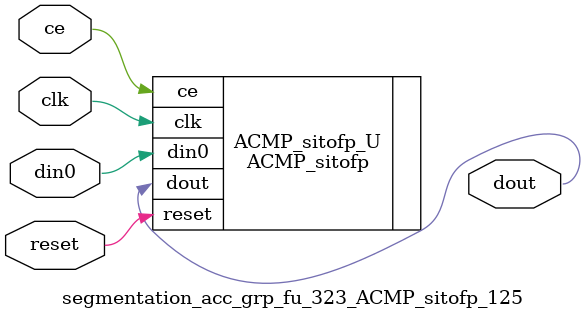
<source format=v>

`timescale 1 ns / 1 ps
module segmentation_acc_grp_fu_323_ACMP_sitofp_125(
    clk,
    reset,
    ce,
    din0,
    dout);

parameter ID = 32'd1;
parameter NUM_STAGE = 32'd1;
parameter din0_WIDTH = 32'd1;
parameter dout_WIDTH = 32'd1;
input clk;
input reset;
input ce;
input[din0_WIDTH - 1:0] din0;
output[dout_WIDTH - 1:0] dout;



ACMP_sitofp #(
.ID( ID ),
.NUM_STAGE( 4 ),
.din0_WIDTH( din0_WIDTH ),
.dout_WIDTH( dout_WIDTH ))
ACMP_sitofp_U(
    .clk( clk ),
    .reset( reset ),
    .ce( ce ),
    .din0( din0 ),
    .dout( dout ));

endmodule

</source>
